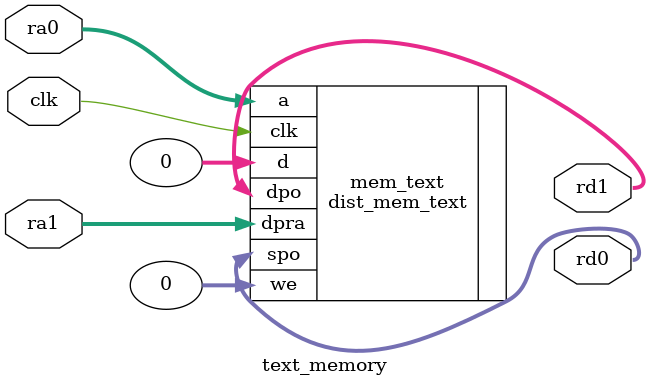
<source format=v>
`timescale 1ns / 1ps

module text_memory (
    input clk,
    input[7 : 0] ra0, ra1,
    output[31 : 0] rd0, rd1 
);
    dist_mem_text mem_text (
      .clk(clk), .we(0), .a(ra0), .spo(rd0),
      .d(0), .dpra(ra1), .dpo(rd1)
    );
endmodule

</source>
